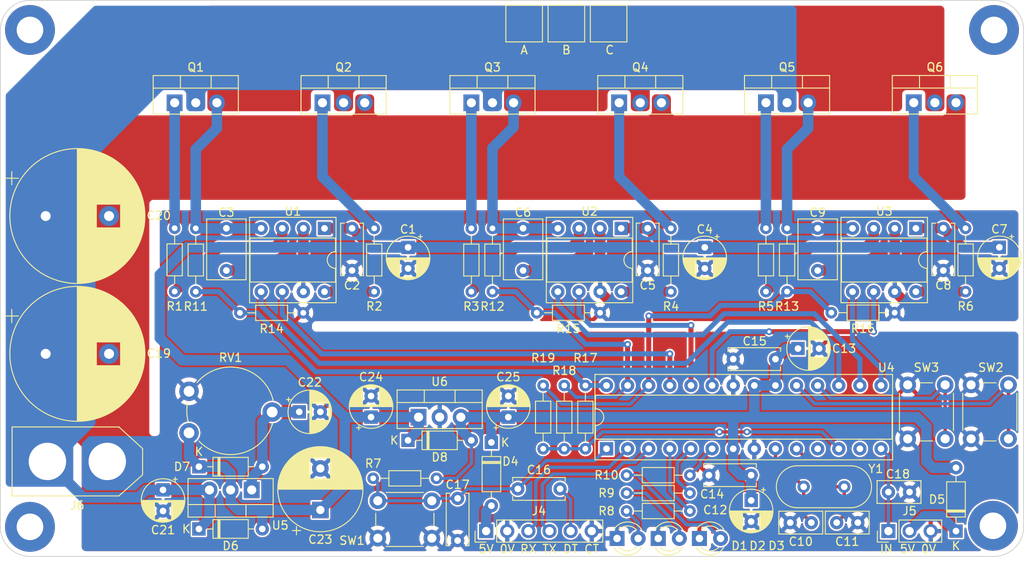
<source format=kicad_pcb>
(kicad_pcb (version 20221018) (generator pcbnew)
  (title_block (title "XE636 BLDC Motor Controller") (date "2024-03-09") (rev "V1.0") (company "Aria Tso"))
  (layers (0 "F.Cu" signal) (31 "B.Cu" signal) (34 "B.Paste" user) (35 "F.Paste" user) (36 "B.SilkS" user "B.Silkscreen") (37 "F.SilkS" user "F.Silkscreen") (38 "B.Mask" user) (39 "F.Mask" user) (44 "Edge.Cuts" user))
  (net 0 "")
  (net 1 "+5V")
  (net 2 "Vdrive")
  (net 3 "RST")
  (net 4 "Net-(Q1-G)")
  (net 5 "GND")
  (net 6 "Speed+")
  (net 7 "Speed-")
  (net 8 "PWM_In")
  (net 9 "V_Sen_B")
  (net 10 "V_Sen_A")
  (net 11 "VCC")
  (net 12 "TX")
  (net 13 "RX")
  (net 14 "Net-(Q2-G)")
  (net 15 "Net-(Q3-G)")
  (net 16 "Net-(Q4-G)")
  (net 17 "Net-(D2-A)")
  (net 18 "V_Sen_COM")
  (net 19 "Net-(Q5-G)")
  (net 20 "Net-(U1-HB)")
  (net 22 "XTAL1")
  (net 23 "XTAL2")
  (net 25 "V_Sen_C")
  (net 26 "Net-(U2-HB)")
  (net 27 "Net-(U3-HB)")
  (net 28 "Net-(Q6-G)")
  (net 29 "Net-(U1-HO)")
  (net 30 "Net-(U1-LO)")
  (net 31 "Net-(U2-HO)")
  (net 32 "Net-(U2-LO)")
  (net 33 "Net-(U3-HO)")
  (net 34 "Net-(U3-LO)")
  (net 35 "DTR")
  (net 36 "Net-(D4-A)")
  (net 37 "LED_RED")
  (net 38 "LED_YELLOW")
  (net 39 "LED_GREEN")
  (net 40 "Net-(D7-A)")
  (net 41 "Net-(D1-A)")
  (net 42 "Net-(D3-A)")
  (net 43 "Net-(D5-K)")
  (net 44 "Phase_Out_A")
  (net 45 "Phase_Out_B")
  (net 46 "Phase_Out_C")
  (net 47 "HI_A")
  (net 48 "LO_A")
  (net 49 "HI_B")
  (net 50 "LO_B")
  (net 51 "HI_C")
  (net 52 "LO_C")
  (footprint "Resistor_THT:R_Axial_DIN0204_L3.6mm_D1.6mm_P7.62mm_Horizontal" (layer "F.Cu") (at 111.633 63.637 90)
    (fp_text reference "R12")
    (fp_text value "47k")
  )
  (footprint "Package_TO_SOT_THT:TO-220-3_Vertical" (layer "F.Cu") (at 82.677002 87.503001 180)
    (fp_text reference "U5")
    (fp_text value "LM317")
  )
  (footprint "Ariamelon-Device:C_Rect_L7.0mm_W4.5mm_P5.08mm" (layer "F.Cu") (at 79.629 56.007 -90)
    (fp_text reference "C3")
    (fp_text value "680n")
  )
  (footprint "Ariamelon-Device:C_Rect_L7.0mm_W4.5mm_P5.08mm" (layer "F.Cu") (at 150.749 56.007 -90)
    (fp_text reference "C9")
    (fp_text value "680n")
  )
  (footprint "Resistor_THT:R_Axial_DIN0204_L3.6mm_D1.6mm_P7.62mm_Horizontal" (layer "F.Cu") (at 160.01 66.167 180)
    (fp_text reference "R16")
    (fp_text value "10k")
  )
  (footprint "Ariamelon-HolePad:MountingHole_3.2mm_M3_Pad" (layer "F.Cu") (at 56.007 32.131)
    (fp_text reference "H4" hide)
    (fp_text value "M3" hide)
  )
  (footprint "Package_TO_SOT_THT:TO-220-3_Vertical" (layer "F.Cu") (at 126.873 40.894)
    (fp_text reference "Q4")
    (fp_text value "P75NF75")
  )
  (footprint "Potentiometer_THT:Potentiometer_Piher_PT-10-V10_Vertical" (layer "F.Cu") (at 75.137002 80.628)
    (fp_text reference "RV1")
    (fp_text value "10k")
  )
  (footprint "Resistor_THT:R_Axial_DIN0204_L3.6mm_D1.6mm_P7.62mm_Horizontal" (layer "F.Cu") (at 117.729 82.55 90)
    (fp_text reference "R19")
    (fp_text value "47k")
  )
  (footprint "Diode_THT:D_DO-35_SOD27_P7.62mm_Horizontal" (layer "F.Cu") (at 167.386 92.456 90)
    (fp_text reference "D5")
    (fp_text value "400x")
  )
  (footprint "Ariamelon-Logo:Ariamelon_Logo_Large_Mask" (layer "F.Cu") (at 89.516564 47.371)
    (fp_text reference "A1" hide)
    (fp_text value "Art" hide)
  )
  (footprint "Package_DIP:DIP-8_W7.62mm_Socket" (layer "F.Cu") (at 127.117 56.017 -90)
    (fp_text reference "U2")
    (fp_text value "UCC27282")
  )
  (footprint "Button_Switch_THT:SW_PUSH_6mm" (layer "F.Cu") (at 173.7 74.855 -90)
    (fp_text reference "SW2")
    (fp_text value "Speed+")
  )
  (footprint "Ariamelon-Device:C_Disc_D6.0mm_W2.5mm_P5.08mm" (layer "F.Cu") (at 107.442 88.519 -90)
    (fp_text reference "C17")
    (fp_text value "100n")
  )
  (footprint "Crystal:Crystal_HC49-4H_Vertical" (layer "F.Cu") (at 149.061 87.122)
    (fp_text reference "Y1")
    (fp_text value "16M")
  )
  (footprint "Capacitor_THT:CP_Radial_D10.0mm_P5.00mm" (layer "F.Cu") (at 90.932001 89.916 90)
    (fp_text reference "C23")
    (fp_text value "470u")
  )
  (footprint "Ariamelon-Device:C_Disc_D6.0mm_W2.5mm_P5.08mm" (layer "F.Cu") (at 145.669 71.755 180)
    (fp_text reference "C15")
    (fp_text value "100n")
  )
  (footprint "Resistor_THT:R_Axial_DIN0204_L3.6mm_D1.6mm_P7.62mm_Horizontal" (layer "F.Cu") (at 109.093 63.637 90)
    (fp_text reference "R3")
    (fp_text value "10")
  )
  (footprint "Diode_THT:D_DO-35_SOD27_P7.62mm_Horizontal" (layer "F.Cu") (at 76.327001 92.202001)
    (fp_text reference "D6")
    (fp_text value "400x")
  )
  (footprint "Resistor_THT:R_Axial_DIN0204_L3.6mm_D1.6mm_P7.62mm_Horizontal" (layer "F.Cu") (at 88.88 66.187001 180)
    (fp_text reference "R14")
    (fp_text value "10k")
  )
  (footprint "Resistor_THT:R_Axial_DIN0204_L3.6mm_D1.6mm_P7.62mm_Horizontal" (layer "F.Cu") (at 124.577 66.177 180)
    (fp_text reference "R15")
    (fp_text value "10k")
  )
  (footprint "Connector_AMASS:AMASS_XT60-M_1x02_P7.20mm_Vertical" (layer "F.Cu") (at 65.3034 84.074 180)
    (fp_text reference "J6")
    (fp_text value "Bat_In")
  )
  (footprint "Ariamelon-Device:C_Disc_D6.0mm_W2.5mm_P5.08mm" (layer "F.Cu") (at 94.742 56.007001 -90)
    (fp_text reference "C2")
    (fp_text value "100n")
  )
  (footprint "Package_TO_SOT_THT:TO-220-3_Vertical" (layer "F.Cu") (at 91.186 40.894)
    (fp_text reference "Q2")
    (fp_text value "P75NF75")
  )
  (footprint "Package_DIP:DIP-28_W7.62mm_Socket" (layer "F.Cu") (at 125.349 82.55 90)
    (fp_text reference "U4")
    (fp_text value "ATmega328P-P")
  )
  (footprint "Resistor_THT:R_Axial_DIN0204_L3.6mm_D1.6mm_P7.62mm_Horizontal" (layer "F.Cu") (at 147.066 63.627 90)
    (fp_text reference "R13")
    (fp_text value "47k")
  )
  (footprint "Ariamelon-Device:C_Disc_D5.0mm_W2.5mm_P2.54mm" (layer "F.Cu") (at 147.447 91.44)
    (fp_text reference "C10")
    (fp_text value "22p")
  )
  (footprint "Ariamelon-Device:CP_Radial_D5.0mm_P2.54mm" (layer "F.Cu") (at 137.17 58.303 -90)
    (fp_text reference "C4")
    (fp_text value "10u")
  )
  (footprint "Ariamelon-Device:C_Rect_L7.0mm_W4.5mm_P5.08mm" (layer "F.Cu") (at 115.316 56.007 -90)
    (fp_text reference "C6")
    (fp_text value "680n")
  )
  (footprint "Resistor_THT:R_Axial_DIN0204_L3.6mm_D1.6mm_P7.62mm_Horizontal" (layer "F.Cu") (at 97.409 63.637 90)
    (fp_text reference "R2")
    (fp_text value "10")
  )
  (footprint "Package_TO_SOT_THT:TO-220-3_Vertical" (layer "F.Cu") (at 73.406 40.894)
    (fp_text reference "Q1")
    (fp_text value "P75NF75")
  )
  (footprint "Diode_THT:D_DO-35_SOD27_P7.62mm_Horizontal" (layer "F.Cu") (at 101.473002 81.534)
    (fp_text reference "D8")
    (fp_text value "400x")
  )
  (footprint "LED_THT:LED_D3.0mm" (layer "F.Cu") (at 126.619 93.345)
    (fp_text reference "D1")
    (fp_text value "Red")
  )
  (footprint "Ariamelon-Device:CP_Radial_D5.0mm_P2.54mm" (layer "F.Cu") (at 97.028 78.74 90)
    (fp_text reference "C24")
    (fp_text value "10u")
  )
  (footprint "Diode_THT:D_DO-35_SOD27_P7.62mm_Horizontal" (layer "F.Cu") (at 111.506 81.788 -90)
    (fp_text reference "D4")
    (fp_text value "400x")
  )
  (footprint "Ariamelon-Device:CP_Radial_D5.0mm_P2.54mm" (layer "F.Cu") (at 148.380887 70.485)
    (fp_text reference "C13")
    (fp_text value "10u")
  )
  (footprint "Resistor_THT:R_Axial_DIN0204_L3.6mm_D1.6mm_P7.62mm_Horizontal" (layer "F.Cu") (at 135.382 90.043 180)
    (fp_text reference "R8")
    (fp_text value "220")
  )
  (footprint "Ariamelon-Device:C_Disc_D6.0mm_W2.5mm_P5.08mm" (layer "F.Cu") (at 130.302 56.007 -90)
    (fp_text reference "C5")
    (fp_text value "100n")
  )
  (footprint "Ariamelon-HolePad:MountingHole_3.2mm_M3_Pad" (layer "F.Cu") (at 171.831 91.821)
    (fp_text reference "H1" hide)
    (fp_text value "M3" hide)
  )
  (footprint "Resistor_THT:R_Axial_DIN0204_L3.6mm_D1.6mm_P7.62mm_Horizontal" (layer "F.Cu") (at 144.526 63.627 90)
    (fp_text reference "R5")
    (fp_text value "10")
  )
  (footprint "Package_TO_SOT_THT:TO-220-3_Vertical" (layer "F.Cu") (at 102.743 78.74)
    (fp_text reference "U6")
    (fp_text value "LM7805")
  )
  (footprint "Connector_PinHeader_2.54mm:PinHeader_1x03_P2.54mm_Vertical" (layer "F.Cu") (at 159.258 92.456 90)
    (fp_text reference "J5")
    (fp_text value "Receiver")
  )
  (footprint "Ariamelon-Device:CP_Radial_D16.0mm_P7.62mm" (layer "F.Cu") (at 57.895246 71.12)
    (fp_text reference "C19")
    (fp_text value "1000u")
  )
  (footprint "Button_Switch_THT:SW_PUSH_6mm" (layer "F.Cu") (at 166.08 74.855 -90)
    (fp_text reference "SW3")
    (fp_text value "Speed-")
  )
  (footprint "Package_TO_SOT_THT:TO-220-3_Vertical" (layer "F.Cu") (at 144.526 40.884)
    (fp_text reference "Q5")
    (fp_text value "P75NF75")
  )
  (footprint "Ariamelon-Device:CP_Radial_D5.0mm_P2.54mm" (layer "F.Cu") (at 142.748 88.773 -90)
    (fp_text reference "C12")
    (fp_text value "10u")
  )
  (footprint "Ariamelon-Device:C_Disc_D5.0mm_W2.5mm_P2.54mm" (layer "F.Cu") (at 155.575 91.44 180)
    (fp_text reference "C11")
    (fp_text value "22p")
  )
  (footprint "LED_THT:LED_D3.0mm" (layer "F.Cu") (at 136.525 93.345)
    (fp_text reference "D3")
    (fp_text value "Green")
  )
  (footprint "Ariamelon-Device:C_Disc_D5.0mm_W2.5mm_P2.54mm" (layer "F.Cu") (at 161.798001 87.757 180)
    (fp_text reference "C18")
    (fp_text value "22p")
  )
  (footprint "Resistor_THT:R_Axial_DIN0204_L3.6mm_D1.6mm_P7.62mm_Horizontal" (layer "F.Cu") (at 104.902 86.106 180)
    (fp_text reference "R7")
    (fp_text value "10k")
  )
  (footprint "Package_DIP:DIP-8_W7.62mm_Socket" (layer "F.Cu") (at 162.56 56.017 -90)
    (fp_text reference "U3")
    (fp_text value "UCC27282")
  )
  (footprint "Ariamelon-Device:CP_Radial_D5.0mm_P2.54mm" (layer "F.Cu") (at 88.392 78.105)
    (fp_text reference "C22")
    (fp_text value "10u")
  )
  (footprint "Resistor_THT:R_Axial_DIN0204_L3.6mm_D1.6mm_P7.62mm_Horizontal" (layer "F.Cu") (at 133.096 63.637 90)
    (fp_text reference "R4")
    (fp_text value "10")
  )
  (footprint "Package_DIP:DIP-8_W7.62mm_Socket" (layer "F.Cu") (at 91.43 56.017 -90)
    (fp_text reference "U1")
    (fp_text value "UCC27282")
  )
  (footprint "Ariamelon-Device:CP_Radial_D5.0mm_P2.54mm" (layer "F.Cu") (at 113.538001 78.74 90)
    (fp_text reference "C25")
    (fp_text value "10u")
  )
  (footprint "Ariamelon-Device:CP_Radial_D5.0mm_P2.54mm" (layer "F.Cu") (at 101.483 58.303 -90)
    (fp_text reference "C1")
    (fp_text value "10u")
  )
  (footprint "Connector_PinHeader_2.54mm:PinHeader_1x06_P2.54mm_Vertical" (layer "F.Cu") (at 110.871 92.456 90)
    (fp_text reference "J4")
    (fp_text value "Prog")
  )
  (footprint "Package_TO_SOT_THT:TO-220-3_Vertical" (layer "F.Cu") (at 109.093 40.894)
    (fp_text reference "Q3")
    (fp_text value "P75NF75")
  )
  (footprint "Resistor_THT:R_Axial_DIN0204_L3.6mm_D1.6mm_P7.62mm_Horizontal" (layer "F.Cu") (at 75.946 63.637 90)
    (fp_text reference "R11")
    (fp_text value "47k")
  )
  (footprint "Ariamelon-HolePad:MountingHole_3.2mm_M3_Pad" (layer "F.Cu") (at 171.958 32.131)
    (fp_text reference "H3" hide)
    (fp_text value "M3" hide)
  )
  (footprint "Diode_THT:D_DO-35_SOD27_P7.62mm_Horizontal" (layer "F.Cu") (at 76.327001 84.709002)
    (fp_text reference "D7")
    (fp_text value "400x")
  )
  (footprint "Ariamelon-Device:CP_Radial_D16.0mm_P7.62mm" (layer "F.Cu") (at 57.895246 54.531)
    (fp_text reference "C20")
    (fp_text value "1000u")
  )
  (footprint "Ariamelon-Device:C_Disc_D6.0mm_W2.5mm_P5.08mm" (layer "F.Cu") (at 142.748 85.725 180)
    (fp_text reference "C14")
    (fp_text value "100n")
  )
  (footprint "Ariamelon-Device:C_Disc_D6.0mm_W2.5mm_P5.08mm" (layer "F.Cu") (at 165.862 56.007 -90)
    (fp_text reference "C8")
    (fp_text value "100n")
  )
  (footprint "Resistor_THT:R_Axial_DIN0204_L3.6mm_D1.6mm_P7.62mm_Horizontal" (layer "F.Cu") (at 122.809 82.55 90)
    (fp_text reference "R17")
    (fp_text value "47k")
  )
  (footprint "LED_THT:LED_D3.0mm" (layer "F.Cu") (at 131.572 93.345)
    (fp_text reference "D2")
    (fp_text value "Yellow")
  )
  (footprint "TestPoint:TestPoint_Pad_4.0x4.0mm" (layer "F.Cu") (at 115.443 31.369)
    (fp_text reference "J1" hide)
    (fp_text value "Phase_A")
  )
  (footprint "Ariamelon-Device:C_Disc_D6.0mm_W2.5mm_P5.08mm" (layer "F.Cu") (at 119.761 87.376 180)
    (fp_text reference "C16")
    (fp_text value "100n")
  )
  (footprint "Resistor_THT:R_Axial_DIN0204_L3.6mm_D1.6mm_P7.62mm_Horizontal" (layer "F.Cu") (at 168.539 63.627 90)
    (fp_text reference "R6")
    (fp_text value "10")
  )
  (footprint "TestPoint:TestPoint_Pad_4.0x4.0mm" (layer "F.Cu") (at 120.523 31.369)
    (fp_text reference "J2" hide)
    (fp_text value "Phase_B")
  )
  (footprint "Resistor_THT:R_Axial_DIN0204_L3.6mm_D1.6mm_P7.62mm_Horizontal" (layer "F.Cu") (at 135.382 87.883999 180)
    (fp_text reference "R9")
    (fp_text value "220")
  )
  (footprint "Package_TO_SOT_THT:TO-220-3_Vertical" (layer "F.Cu") (at 162.306 40.884)
    (fp_text reference "Q6")
    (fp_text value "P75NF75")
  )
  (footprint "Ariamelon-Device:CP_Radial_D5.0mm_P2.54mm" (layer "F.Cu") (at 72.009001 87.503 -90)
    (fp_text reference "C21")
    (fp_text value "10u")
  )
  (footprint "Resistor_THT:R_Axial_DIN0204_L3.6mm_D1.6mm_P7.62mm_Horizontal" (layer "F.Cu") (at 120.269 82.55 90)
    (fp_text reference "R18")
    (fp_text value "47k")
  )
  (footprint "TestPoint:TestPoint_Pad_4.0x4.0mm" (layer "F.Cu") (at 125.603 31.369)
    (fp_text reference "J3" hide)
    (fp_text value "Phase_C")
  )
  (footprint "Ariamelon-HolePad:MountingHole_3.2mm_M3_Pad" (layer "F.Cu") (at 56.007 91.948)
    (fp_text reference "H2" hide)
    (fp_text value "M3" hide)
  )
  (footprint "Button_Switch_THT:SW_PUSH_6mm" (layer "F.Cu") (at 97.842 88.809)
    (fp_text reference "SW1")
    (fp_text value "RST")
  )
  (footprint "Ariamelon-Device:CP_Radial_D5.0mm_P2.54mm" (layer "F.Cu") (at 172.603 58.293 -90)
    (fp_text reference "C7")
    (fp_text value "10u")
  )
  (footprint "Resistor_THT:R_Axial_DIN0204_L3.6mm_D1.6mm_P7.62mm_Horizontal" (layer "F.Cu") (at 73.406 63.617 90)
    (fp_text reference "R1")
    (fp_text value "10")
  )
  (footprint "Resistor_THT:R_Axial_DIN0204_L3.6mm_D1.6mm_P7.62mm_Horizontal" (layer "F.Cu") (at 135.382 85.725 180)
    (fp_text reference "R10")
    (fp_text value "220")
  )
  (gr_arc (start 171.958 28.575) (mid 174.472472 29.616528) (end 175.514 32.131) (stroke (width 0.1016)) (layer "Edge.Cuts"))
  (gr_arc (start 56.007 95.504) (mid 53.492528 94.462472) (end 52.451 91.948) (stroke (width 0.1016)) (layer "Edge.Cuts"))
  (gr_line (start 56.007 95.504) (end 171.958 95.504) (stroke (width 0.1)) (layer "Edge.Cuts"))
  (gr_line (start 52.451 32.131) (end 52.451 91.948) (stroke (width 0.1)) (layer "Edge.Cuts"))
  (gr_arc (start 52.451 32.131) (mid 53.492528 29.616528) (end 56.007 28.575) (stroke (width 0.1016)) (layer "Edge.Cuts"))
  (gr_line (start 175.514 32.131) (end 175.514 91.948) (stroke (width 0.1)) (layer "Edge.Cuts"))
  (gr_arc (start 175.514 91.948) (mid 174.472472 94.462472) (end 171.958 95.504) (stroke (width 0.1016)) (layer "Edge.Cuts"))
  (gr_line (start 171.958 28.575) (end 56.007 28.575) (stroke (width 0.1)) (layer "Edge.Cuts"))
  (gr_text "A" (at 115.443 34.544) (layer "F.SilkS") (effects (font (size 1.016 1.016) (thickness 0.1524))))
  (gr_text "CT" (at 123.571 94.615) (layer "F.SilkS") (effects (font (size 1 1))))
  (gr_text "C" (at 125.73 34.544) (layer "F.SilkS") (effects (font (size 1.016 1.016) (thickness 0.1524))))
  (gr_text "5V" (at 110.871 94.615) (layer "F.SilkS") (effects (font (size 1 1))))
  (gr_text "RX" (at 115.951 94.615) (layer "F.SilkS") (effects (font (size 1 1))))
  (gr_text "IN" (at 159.004001 94.615) (layer "F.SilkS") (effects (font (size 1 1))))
  (gr_text "5V" (at 161.544001 94.615) (layer "F.SilkS") (effects (font (size 1 1))))
  (gr_text "DT" (at 121.031 94.615) (layer "F.SilkS") (effects (font (size 1 1))))
  (gr_text "TX" (at 118.491 94.615) (layer "F.SilkS") (effects (font (size 1 1))))
  (gr_text "0V" (at 113.411 94.615) (layer "F.SilkS") (effects (font (size 1 1))))
  (gr_text "0V" (at 164.084 94.615) (layer "F.SilkS") (effects (font (size 1 1))))
  (gr_text "B" (at 120.523 34.544) (layer "F.SilkS") (effects (font (size 1.016 1.016) (thickness 0.1524))))
  (segment (start 140.589 82.55) (end 140.589 78.74) (width 1.27) (layer "B.Cu") (net 1))
  (segment (start 140.589 78.74) (end 111.506 78.74) (width 1.27) (layer "B.Cu") (net 1))
  (segment (start 143.129 78.74) (end 140.589 78.74) (width 1.27) (layer "B.Cu") (net 1))
  (segment (start 140.589 84.836) (end 141.478 85.725) (width 1.27) (layer "B.Cu") (net 1))
  (segment (start 163.83 79.883) (end 163.83 84.074) (width 1.27) (layer "B.Cu") (net 1))
  (segment (start 162.687 78.74) (end 163.83 79.883) (width 1.27) (layer "B.Cu") (net 1))
  (segment (start 140.589 82.55) (end 140.589 84.836) (width 1.27) (layer "B.Cu") (net 1))
  (segment (start 111.506 78.74) (end 107.823 78.74) (width 1.27) (layer "B.Cu") (net 1))
  (segment (start 109.093002 84.327998) (end 109.093002 81.534) (width 0.4064) (layer "B.Cu") (net 1))
  (segment (start 141.478 85.725) (end 142.748 85.725) (width 1.27) (layer "B.Cu") (net 1))
  (segment (start 142.748 85.725) (end 142.748 88.773) (width 1.27) (layer "B.Cu") (net 1))
  (segment (start 111.506 81.788) (end 111.506 78.74) (width 1.27) (layer "B.Cu") (net 1))
  (segment (start 104.902 86.106) (end 107.315 86.106) (width 0.4064) (layer "B.Cu") (net 1))
  (segment (start 143.129 78.74) (end 162.687 78.74) (width 1.27) (layer "B.Cu") (net 1))
  (segment (start 107.823001 80.263999) (end 109.093002 81.534) (width 1.27) (layer "B.Cu") (net 1))
  (segment (start 143.129 74.93) (end 145.669 74.93) (width 1.27) (layer "B.Cu") (net 1))
  (segment (start 107.823001 78.74) (end 107.823001 80.263999) (width 1.27) (layer "B.Cu") (net 1))
  (segment (start 167.386 84.836) (end 164.592 84.836) (width 1.27) (layer "B.Cu") (net 1))
  (segment (start 146.939 70.485) (end 145.669 71.755) (width 1.2) (layer "B.Cu") (net 1))
  (segment (start 148.380887 70.485) (end 146.939 70.485) (width 1.2) (layer "B.Cu") (net 1))
  (segment (start 107.315 86.106) (end 109.093002 84.327998) (width 0.4064) (layer "B.Cu") (net 1))
  (segment (start 164.592 84.836) (end 163.83 84.074) (width 1.27) (layer "B.Cu") (net 1))
  (segment (start 145.669 74.93) (end 145.669 71.755) (width 1.27) (layer "B.Cu") (net 1))
  (segment (start 143.129 74.93) (end 143.129 78.74) (width 1.27) (layer "B.Cu") (net 1))
  (segment (start 91.439999 56.007001) (end 91.43 56.017) (width 1.27) (layer "F.Cu") (net 2))
  (segment (start 137.17 58.303) (end 132.598 58.303) (width 1.27) (layer "F.Cu") (net 2))
  (segment (start 101.483 58.303) (end 97.037999 58.303) (width 1.27) (layer "F.Cu") (net 2))
  (segment (start 94.742 56.007001) (end 91.439999 56.007001) (width 1.27) (layer "F.Cu") (net 2))
  (segment (start 132.598 58.303) (end 130.302 56.007) (width 1.27) (layer "F.Cu") (net 2))
  (segment (start 127.127 56.007) (end 127.117 56.017) (width 1.27) (layer "F.Cu") (net 2))
  (segment (start 162.57 56.007) (end 162.56 56.017) (width 1.2) (layer "F.Cu") (net 2))
  (segment (start 97.037999 58.303) (end 94.742 56.007001) (width 1.27) (layer "F.Cu") (net 2))
  (segment (start 168.148 58.293) (end 165.862 56.007) (width 1.27) (layer "F.Cu") (net 2))
  (segment (start 172.603 58.293) (end 168.148 58.293) (width 1.27) (layer "F.Cu") (net 2))
  (segment (start 130.302 56.007) (end 127.127 56.007) (width 1.27) (layer "F.Cu") (net 2))
  (segment (start 165.862 56.007) (end 162.57 56.007) (width 1.2) (layer "F.Cu") (net 2))
  (segment (start 87.025765 71.882) (end 74.295 71.882) (width 1.27) (layer "B.Cu") (net 2))
  (segment (start 80.137002 88.998301) (end 81.054701 89.916) (width 1.27) (layer "B.Cu") (net 2))
  (segment (start 93.853 78.74) (end 93.853 78.709235) (width 1.27) (layer "B.Cu") (net 2))
  (segment (start 80.137002 85.490925) (end 80.137002 88.998301) (width 1.27) (layer "B.Cu") (net 2))
  (segment (start 90.932001 89.916) (end 83.947001 89.916) (width 1.27) (layer "B.Cu") (net 2))
  (segment (start 102.743001 80.264001) (end 101.473002 81.534) (width 1.27) (layer "B.Cu") (net 2))
  (segment (start 74.92 58.303) (end 101.483 58.303) (width 1.27) (layer "B.Cu") (net 2))
  (segment (start 93.853 86.995001) (end 93.853 78.74) (width 1.27) (layer "B.Cu") (net 2))
  (segment (start 90.932001 89.916) (end 93.853 86.995001) (width 1.27) (layer "B.Cu") (net 2))
  (segment (start 165.852 56.017) (end 165.862 56.007) (width 1.2) (layer "B.Cu") (net 2))
  (segment (start 81.054701 89.916) (end 83.947001 89.916) (width 1.27) (layer "B.Cu") (net 2))
  (segment (start 102.743 78.74) (end 102.743001 80.264001) (width 1.27) (layer "B.Cu") (net 2))
  (segment (start 162.57 56.007) (end 162.56 56.017) (width 1.2) (layer "B.Cu") (net 2))
  (segment (start 74.295 71.882) (end 71.628 69.215) (width 1.27) (layer "B.Cu") (net 2))
  (segment (start 127.127 56.007) (end 127.117 56.017) (width 1.2) (layer "B.Cu") (net 2))
  (segment (start 83.947001 92.202001) (end 83.947001 89.916) (width 1.27) (layer "B.Cu") (net 2))
  (segment (start 79.355079 84.709002) (end 80.137002 85.490925) (width 1.27) (layer "B.Cu") (net 2))
  (segment (start 137.17 58.303) (end 172.593 58.303) (width 1.27) (layer "B.Cu") (net 2))
  (segment (start 75.137002 80.628) (end 75.137002 83.519003) (width 1.27) (layer "B.Cu") (net 2))
  (segment (start 76.327001 84.709002) (end 79.355079 84.709002) (width 1.27) (layer "B.Cu") (net 2))
  (segment (start 71.628 69.215) (end 71.628 61.595) (width 1.27) (layer "B.Cu") (net 2))
  (segment (start 93.853 78.709235) (end 87.025765 71.882) (width 1.27) (layer "B.Cu") (net 2))
  (segment (start 101.483 58.303) (end 137.17 58.303) (width 1.27) (layer "B.Cu") (net 2))
  (segment (start 75.137002 83.519003) (end 76.327001 84.709002) (width 1.27) (layer "B.Cu") (net 2))
  (segment (start 172.593 58.303) (end 172.603 58.293) (width 1.27) (layer "B.Cu") (net 2))
  (segment (start 102.743 78.74) (end 97.028 78.74) (width 1.27) (layer "B.Cu") (net 2))
  (segment (start 97.028 78.74) (end 93.853 78.74) (width 1.27) (layer "B.Cu") (net 2))
  (segment (start 71.628 61.595) (end 74.92 58.303) (width 1.27) (layer "B.Cu") (net 2))
  (segment (start 104.342 88.809) (end 97.842 88.809) (width 0.4064) (layer "B.Cu") (net 3))
  (segment (start 114.681 87.376) (end 108.585 87.376) (width 0.4064) (layer "B.Cu") (net 3))
  (segment (start 107.442 88.519) (end 104.632 88.519) (width 0.4064) (layer "B.Cu") (net 3))
  (segment (start 118.0846 83.9724) (end 114.681 87.376) (width 0.4064) (layer "B.Cu") (net 3))
  (segment (start 125.349 82.55) (end 123.9266 83.9724) (width 0.4064) (layer "B.Cu") (net 3))
  (segment (start 108.585 87.376) (end 107.442 88.519) (width 0.4064) (layer "B.Cu") (net 3))
  (segment (start 104.632 88.519) (end 104.342 88.809) (width 0.4064) (layer "B.Cu") (net 3))
  (segment (start 97.842 86.666) (end 97.282 86.106) (width 0.4064) (layer "B.Cu") (net 3))
  (segment (start 123.9266 83.9724) (end 118.0846 83.9724) (width 0.4064) (layer "B.Cu") (net 3))
  (segment (start 97.842 88.809) (end 97.842 86.666) (width 0.4064) (layer "B.Cu") (net 3))
  (segment (start 73.406 55.997) (end 73.406 40.894) (width 1.27) (layer "B.Cu") (net 4))
  (segment (start 162.55 66.167) (end 162.56 66.167) (width 1.2) (layer "F.Cu") (net 5))
  (segment (start 160.02 63.637) (end 162.55 66.167) (width 1.2) (layer "F.Cu") (net 5))
  (segment (start 124.577 63.637) (end 127.361 66.421) (width 1.2) (layer "F.Cu") (net 5))
  (segment (start 173.7 74.855) (end 173.7 81.355) (width 0.4064) (layer "F.Cu") (net 6))
  (segment (start 171.43 77.125) (end 173.7 74.855) (width 0.4064) (layer "B.Cu") (net 6))
  (segment (start 148.209 74.93) (end 150.404 77.125) (width 0.4064) (layer "B.Cu") (net 6))
  (segment (start 150.404 77.125) (end 171.43 77.125) (width 0.4064) (layer "B.Cu") (net 6))
  (segment (start 166.08 74.855) (end 166.08 81.355) (width 0.4064) (layer "F.Cu") (net 7))
  (segment (start 152.2836 76.4646) (end 150.749 74.93) (width 0.4064) (layer "B.Cu") (net 7))
  (segment (start 166.08 74.855) (end 164.4704 76.4646) (width 0.4064) (layer "B.Cu") (net 7))
  (segment (start 164.4704 76.4646) (end 152.2836 76.4646) (width 0.4064) (layer "B.Cu") (net 7))
  (segment (start 159.258 92.456) (end 159.258001 87.757) (width 0.4064) (layer "B.Cu") (net 8))
  (segment (start 159.258001 87.757) (end 159.258001 83.439001) (width 0.4064) (layer "B.Cu") (net 8))
  (segment (start 159.258001 83.439001) (end 158.369 82.55) (width 0.4064) (layer "B.Cu") (net 8))
  (segment (start 127.889 69.977) (end 127.889 74.93) (width 0.6096) (layer "F.Cu") (net 9))
  (via (at 127.889 69.977) (size 0.8128) (drill 0.4064) (layers "F.Cu" "B.Cu") (net 9))
  (segment (start 121.6786 76.3396) (end 126.4794 76.3396) (width 0.4064) (layer "B.Cu") (net 9))
  (segment (start 126.4794 76.3396) (end 127.889 74.93) (width 0.4064) (layer "B.Cu") (net 9))
  (segment (start 127.889 69.977) (end 122.856319 69.977) (width 0.6096) (layer "B.Cu") (net 9))
  (segment (start 114.417 63.637) (end 111.633 63.637) (width 0.6096) (layer "B.Cu") (net 9))
  (segment (start 119.056319 66.177) (end 116.957 66.177) (width 0.6096) (layer "B.Cu") (net 9))
  (segment (start 120.269 74.93) (end 121.6786 76.3396) (width 0.4064) (layer "B.Cu") (net 9))
  (segment (start 116.957 66.177) (end 114.417 63.637) (width 0.6096) (layer "B.Cu") (net 9))
  (segment (start 122.856319 69.977) (end 119.056319 66.177) (width 0.6096) (layer "B.Cu") (net 9))
  (segment (start 121.158 73.279) (end 90.372331 73.279) (width 0.6096) (layer "B.Cu") (net 10))
  (segment (start 83.280332 66.187001) (end 81.26 66.187001) (width 0.6096) (layer "B.Cu") (net 10))
  (segment (start 78.709999 63.637) (end 75.946 63.637) (width 0.6096) (layer "B.Cu") (net 10))
  (segment (start 122.809 74.93) (end 121.158 73.279) (width 0.6096) (layer "B.Cu") (net 10))
  (segment (start 122.809 74.93) (end 125.349 74.93) (width 0.6096) (layer "B.Cu") (net 10))
  (segment (start 81.26 66.187001) (end 78.709999 63.637) (width 0.6096) (layer "B.Cu") (net 10))
  (segment (start 90.372331 73.279) (end 83.280332 66.187001) (width 0.6096) (layer "B.Cu") (net 10))
  (segment (start 77.597002 90.932) (end 76.327001 92.202001) (width 1.27) (layer "B.Cu") (net 11))
  (segment (start 62.4214 88.392) (end 69.088 88.392) (width 1.27) (layer "B.Cu") (net 11))
  (segment (start 69.977 87.503) (end 72.009001 87.503) (width 1.27) (layer "B.Cu") (net 11))
  (segment (start 77.597001 87.503001) (end 77.597002 90.932) (width 1.27) (layer "B.Cu") (net 11))
  (segment (start 58.1034 84.074) (end 62.4214 88.392) (width 1.27) (layer "B.Cu") (net 11))
  (segment (start 72.009002 87.503001) (end 77.597001 87.503001) (width 1.27) (layer "B.Cu") (net 11))
  (segment (start 69.088 88.392) (end 69.977 87.503) (width 1.27) (layer "B.Cu") (net 11))
  (segment (start 117.641 86.829) (end 117.641 91.606) (width 0.4064) (layer "B.Cu") (net 12))
  (segment (start 128.778 84.201) (end 127.387472 84.201) (width 0.4064) (layer "B.Cu") (net 12))
  (segment (start 117.641 91.606) (end 118.491 92.456) (width 0.4064) (layer "B.Cu") (net 12))
  (segment (start 130.429 82.55) (end 128.778 84.201) (width 0.4064) (layer "B.Cu") (net 12))
  (segment (start 127.387472 84.201) (end 125.990473 85.598) (width 0.4064) (layer "B.Cu") (net 12))
  (segment (start 118.872 85.598) (end 117.641 86.829) (width 0.4064) (layer "B.Cu") (net 12))
  (segment (start 125.990473 85.598) (end 118.872 85.598) (width 0.4064) (layer "B.Cu") (net 12))
  (segment (start 116.8282 86.492328) (end 118.535328 84.7852) (width 0.4064) (layer "B.Cu") (net 13))
  (segment (start 125.6538 84.7852) (end 127.889 82.55) (width 0.4064) (layer "B.Cu") (net 13))
  (segment (start 116.8282 91.5788) (end 116.8282 86.492328) (width 0.4064) (layer "B.Cu") (net 13))
  (segment (start 115.951 92.456) (end 116.8282 91.5788) (width 0.4064) (layer "B.Cu") (net 13))
  (segment (start 118.535328 84.7852) (end 125.6538 84.7852) (width 0.4064) (layer "B.Cu") (net 13))
  (segment (start 91.186 40.894) (end 91.186 49.794) (width 1.27) (layer "B.Cu") (net 14))
  (segment (start 91.186 49.794) (end 97.409 56.017) (width 1.27) (layer "B.Cu") (net 14))
  (segment (start 109.093 56.017) (end 109.093 40.894) (width 1.27) (layer "B.Cu") (net 15))
  (segment (start 126.873 40.894) (end 126.873 49.794) (width 1.2) (layer "B.Cu") (net 16))
  (segment (start 126.873 49.794) (end 133.096 56.017) (width 1.2) (layer "B.Cu") (net 16))
  (segment (start 127.762 87.883999) (end 130.041527 87.883999) (width 0.4064) (layer "B.Cu") (net 17))
  (segment (start 134.112 91.954472) (end 134.112 93.345) (width 0.4064) (layer "B.Cu") (net 17))
  (segment (start 130.041527 87.883999) (end 134.112 91.954472) (width 0.4064) (layer "B.Cu") (net 17))
  (segment (start 138.938 80.518) (end 142.24 80.518) (width 0.4064) (layer "F.Cu") (net 18))
  (via (at 138.938 80.518) (size 0.8128) (drill 0.4064) (layers "F.Cu" "B.Cu") (net 18))
  (via (at 142.24 80.518) (size 0.8128) (drill 0.4064) (layers "F.Cu" "B.Cu") (net 18))
  (segment (start 142.24 80.518) (end 151.257 80.518) (width 0.4064) (layer "B.Cu") (net 18))
  (segment (start 151.257 80.518) (end 153.289 82.55) (width 0.4064) (layer "B.Cu") (net 18))
  (segment (start 122.809 82.55) (end 117.729 82.55) (width 0.4064) (layer "B.Cu") (net 18))
  (segment (start 124.841 80.518) (end 122.809 82.55) (width 0.4064) (layer "B.Cu") (net 18))
  (segment (start 138.938 80.518) (end 124.841 80.518) (width 0.4064) (layer "B.Cu") (net 18))
  (segment (start 144.526 56.007) (end 144.526 40.884) (width 1.27) (layer "B.Cu") (net 19))
  (segment (start 87.239 61.087) (end 88.89 59.436) (width 1.27) (layer "F.Cu") (net 20))
  (segment (start 88.89 59.436) (end 88.89 56.017) (width 1.27) (layer "F.Cu") (net 20))
  (segment (start 79.629 61.087) (end 87.239 61.087) (width 1.27) (layer "F.Cu") (net 20))
  (segment (start 145.669 82.55) (end 145.669 83.73) (width 0.4064) (layer "F.Cu") (net 22))
  (segment (start 145.669 83.73) (end 149.061 87.122) (width 0.4064) (layer "F.Cu") (net 22))
  (segment (start 149.061 87.122) (end 149.061 90.514) (width 0.4064) (layer "F.Cu") (net 22))
  (segment (start 149.061 90.514) (end 149.987 91.44) (width 0.4064) (layer "F.Cu") (net 22))
  (segment (start 153.941 87.122) (end 153.941 90.534) (width 0.4064) (layer "F.Cu") (net 23))
  (segment (start 153.941 90.534) (end 153.035 91.44) (width 0.4064) (layer "F.Cu") (net 23))
  (segment (start 152.781 87.122) (end 153.941 87.122) (width 0.4064) (layer "F.Cu") (net 23))
  (segment (start 148.209 82.55) (end 152.781 87.122) (width 0.4064) (layer "F.Cu") (net 23))
  (segment (start 130.429 74.93) (end 130.429 66.548) (width 0.6096) (layer "F.Cu") (net 25))
  (via (at 130.429 66.548) (size 0.8128) (drill 0.4064) (layers "F.Cu" "B.Cu") (net 25))
  (segment (start 119.9514 77.1524) (end 128.2066 77.1524) (width 0.4064) (layer "B.Cu") (net 25))
  (segment (start 117.729 74.93) (end 119.9514 77.1524) (width 0.4064) (layer "B.Cu") (net 25))
  (segment (start 145.415 65.278) (end 147.066 63.627) (width 0.6096) (layer "B.Cu") (net 25))
  (segment (start 149.85 63.627) (end 152.39 66.167) (width 0.6096) (layer "B.Cu") (net 25))
  (segment (start 128.2066 77.1524) (end 130.429 74.93) (width 0.4064) (layer "B.Cu") (net 25))
  (segment (start 147.066 63.627) (end 149.85 63.627) (width 0.6096) (layer "B.Cu") (net 25))
  (segment (start 137.802479 66.548) (end 139.072479 65.278) (width 0.6096) (layer "B.Cu") (net 25))
  (segment (start 130.429 66.548) (end 137.802479 66.548) (width 0.6096) (layer "B.Cu") (net 25))
  (segment (start 139.072479 65.278) (end 145.415 65.278) (width 0.6096) (layer "B.Cu") (net 25))
  (segment (start 152.38 66.177) (end 152.39 66.167) (width 0.6096) (layer "B.Cu") (net 25))
  (segment (start 122.926 61.087) (end 124.577 59.436) (width 1.27) (layer "F.Cu") (net 26))
  (segment (start 124.577 59.436) (end 124.577 56.017) (width 1.27) (layer "F.Cu") (net 26))
  (segment (start 115.316 61.087) (end 122.926 61.087) (width 1.27) (layer "F.Cu") (net 26))
  (segment (start 158.486 61.087) (end 160.02 59.553) (width 1.27) (layer "F.Cu") (net 27))
  (segment (start 160.02 59.553) (end 160.02 56.017) (width 1.27) (layer "F.Cu") (net 27))
  (segment (start 150.749 61.087) (end 158.486 61.087) (width 1.27) (layer "F.Cu") (net 27))
  (segment (start 162.306 49.774) (end 168.539 56.007) (width 1.2) (layer "B.Cu") (net 28))
  (segment (start 162.306 40.884) (end 162.306 49.774) (width 1.2) (layer "B.Cu") (net 28))
  (segment (start 85.461 58.293) (end 78.73 58.293) (width 1.27) (layer "F.Cu") (net 29))
  (segment (start 78.73 58.293) (end 73.406 63.617) (width 1.27) (layer "F.Cu") (net 29))
  (segment (start 86.35 56.017) (end 86.35 57.404) (width 1.27) (layer "F.Cu") (net 29))
  (segment (start 86.35 57.404) (end 85.461 58.293) (width 1.27) (layer "F.Cu") (net 29))
  (segment (start 97.409 63.637) (end 91.43 63.637) (width 1.2) (layer "F.Cu") (net 30))
  (segment (start 114.437 58.293) (end 109.093 63.637) (width 1.27) (layer "F.Cu") (net 31))
  (segment (start 121.148 58.293) (end 114.437 58.293) (width 1.27) (layer "F.Cu") (net 31))
  (segment (start 122.037 56.017) (end 122.037 57.404) (width 1.27) (layer "F.Cu") (net 31))
  (segment (start 122.037 57.404) (end 121.148 58.293) (width 1.27) (layer "F.Cu") (net 31))
  (segment (start 133.096 63.637) (end 127.117 63.637) (width 1.2) (layer "F.Cu") (net 32))
  (segment (start 149.86 58.293) (end 144.526 63.627) (width 1.27) (layer "F.Cu") (net 33))
  (segment (start 156.581 58.293) (end 149.86 58.293) (width 1.27) (layer "F.Cu") (net 33))
  (segment (start 157.48 56.017) (end 157.48 57.394) (width 1.27) (layer "F.Cu") (net 33))
  (segment (start 157.48 57.394) (end 156.581 58.293) (width 1.27) (layer "F.Cu") (net 33))
  (segment (start 162.57 63.627) (end 162.56 63.637) (width 1.2) (layer "F.Cu") (net 34))
  (segment (start 168.539 63.627) (end 162.57 63.627) (width 1.2) (layer "F.Cu") (net 34))
  (segment (start 162.57 63.627) (end 162.56 63.637) (width 1.27) (layer "B.Cu") (net 34))
  (segment (start 121.031 92.456) (end 121.031 88.646) (width 0.4064) (layer "B.Cu") (net 35))
  (segment (start 121.031 88.646) (end 119.761 87.376) (width 0.4064) (layer "B.Cu") (net 35))
  (segment (start 110.871 92.456) (end 110.871 90.043) (width 1.27) (layer "B.Cu") (net 36))
  (segment (start 110.871 90.043) (end 111.506 89.408) (width 1.27) (layer "B.Cu") (net 36))
  (segment (start 132.969 87.63) (end 135.382 90.043) (width 0.4064) (layer "B.Cu") (net 37))
  (segment (start 132.969 82.55) (end 132.969 87.63) (width 0.4064) (layer "B.Cu") (net 37))
  (segment (start 135.509 82.55) (end 133.858 84.201) (width 0.4064) (layer "B.Cu") (net 38))
  (segment (start 133.858 86.359999) (end 135.382 87.883999) (width 0.4064) (layer "B.Cu") (net 38))
  (segment (start 133.858 84.201) (end 133.858 86.359999) (width 0.4064) (layer "B.Cu") (net 38))
  (segment (start 135.382 85.725) (end 136.652 84.455) (width 0.4064) (layer "B.Cu") (net 39))
  (segment (start 136.652 84.455) (end 136.652 83.947) (width 0.4064) (layer "B.Cu") (net 39))
  (segment (start 136.652 83.947) (end 138.049 82.55) (width 0.4064) (layer "B.Cu") (net 39))
  (segment (start 85.137002 78.128) (end 88.369 78.128) (width 1.27) (layer "B.Cu") (net 40))
  (segment (start 83.947001 79.318001) (end 85.137002 78.128) (width 1.27) (layer "B.Cu") (net 40))
  (segment (start 88.369 78.128) (end 88.392 78.105) (width 1.27) (layer "B.Cu") (net 40))
  (segment (start 82.677002 85.979001) (end 83.947001 84.709002) (width 1.27) (layer "B.Cu") (net 40))
  (segment (start 83.947001 84.709002) (end 83.947001 79.318001) (width 1.27) (layer "B.Cu") (net 40))
  (segment (start 82.677002 87.503001) (end 82.677002 85.979001) (width 1.27) (layer "B.Cu") (net 40))
  (segment (start 127.762 90.043) (end 129.159 91.44) (width 0.4064) (layer "B.Cu") (net 41))
  (segment (start 129.159 91.44) (end 129.159 93.345) (width 0.4064) (layer "B.Cu") (net 41))
  (segment (start 137.414 91.694) (end 139.065 93.345) (width 0.4064) (layer "B.Cu") (net 42))
  (segment (start 127.762 85.725) (end 129.032 85.725) (width 0.4064) (layer "B.Cu") (net 42))
  (segment (start 129.032 85.725) (end 135.001 91.694) (width 0.4064) (layer "B.Cu") (net 42))
  (segment (start 135.001 91.694) (end 137.414 91.694) (width 0.4064) (layer "B.Cu") (net 42))
  (segment (start 165.608 90.678) (end 163.576 90.678) (width 1.27) (layer "B.Cu") (net 43))
  (segment (start 163.576 90.678) (end 161.798 92.456) (width 1.27) (layer "B.Cu") (net 43))
  (segment (start 167.386 92.456) (end 165.608 90.678) (width 1.27) (layer "B.Cu") (net 43))
  (segment (start 78.486 43.958) (end 78.486 40.894) (width 1.27) (layer "B.Cu") (net 44))
  (segment (start 83.81 56.017) (end 75.946 56.017) (width 1.27) (layer "B.Cu") (net 44))
  (segment (start 75.946 56.017) (end 75.946 46.498) (width 1.27) (layer "B.Cu") (net 44))
  (segment (start 75.946 46.498) (end 78.486 43.958) (width 1.27) (layer "B.Cu") (net 44))
  (segment (start 111.633 46.355) (end 114.173 43.815) (width 1.27) (layer "B.Cu") (net 45))
  (segment (start 111.633 56.017) (end 111.633 46.355) (width 1.27) (layer "B.Cu") (net 45))
  (segment (start 114.173 43.815) (end 114.173 40.894) (width 1.27) (layer "B.Cu") (net 45))
  (segment (start 119.497 56.017) (end 111.633 56.017) (width 1.27) (layer "B.Cu") (net 45))
  (segment (start 149.606 43.942) (end 149.606 40.884) (width 1.27) (layer "B.Cu") (net 46))
  (segment (start 147.076 56.017) (end 147.066 56.007) (width 1.27) (layer "B.Cu") (net 46))
  (segment (start 154.94 56.017) (end 147.076 56.017) (width 1.27) (layer "B.Cu") (net 46))
  (segment (start 147.066 46.482) (end 149.606 43.942) (width 1.27) (layer "B.Cu") (net 46))
  (segment (start 147.066 56.007) (end 147.066 46.482) (width 1.27) (layer "B.Cu") (net 46))
  (segment (start 134.961159 72.263) (end 90.793172 72.263) (width 0.6096) (layer "B.Cu") (net 47))
  (segment (start 149.94716 67.31) (end 139.914159 67.31) (width 0.6096) (layer "B.Cu") (net 47))
  (segment (start 83.81 65.279828) (end 83.81 63.637) (width 0.6096) (layer "B.Cu") (net 47))
  (segment (start 90.793172 72.263) (end 83.81 65.279828) (width 0.6096) (layer "B.Cu") (net 47))
  (segment (start 139.914159 67.31) (end 134.961159 72.263) (width 0.6096) (layer "B.Cu") (net 47))
  (segment (start 153.289 70.65184) (end 149.94716 67.31) (width 0.6096) (layer "B.Cu") (net 47))
  (segment (start 153.289 74.93) (end 153.289 70.65184) (width 0.6096) (layer "B.Cu") (net 47))
  (segment (start 132.969 74.93) (end 132.969 71.12) (width 0.6096) (layer "F.Cu") (net 48))
  (via (at 132.969 71.12) (size 0.8128) (drill 0.4064) (layers "F.Cu" "B.Cu") (net 48))
  (segment (start 91.087012 71.12) (end 86.35 66.382988) (width 0.6096) (layer "B.Cu") (net 48))
  (segment (start 86.35 66.382988) (end 86.35 63.637) (width 0.6096) (layer "B.Cu") (net 48))
  (segment (start 132.969 71.12) (end 91.087012 71.12) (width 0.6096) (layer "B.Cu") (net 48))
  (segment (start 139.493319 66.294) (end 150.368 66.294) (width 0.6096) (layer "B.Cu") (net 49))
  (segment (start 119.497 65.18084) (end 123.15016 68.834) (width 0.6096) (layer "B.Cu") (net 49))
  (segment (start 155.829 71.755) (end 155.829 74.93) (width 0.6096) (layer "B.Cu") (net 49))
  (segment (start 123.15016 68.834) (end 136.953319 68.834) (width 0.6096) (layer "B.Cu") (net 49))
  (segment (start 136.953319 68.834) (end 139.493319 66.294) (width 0.6096) (layer "B.Cu") (net 49))
  (segment (start 150.368 66.294) (end 155.829 71.755) (width 0.6096) (layer "B.Cu") (net 49))
  (segment (start 119.497 63.637) (end 119.497 65.18084) (width 0.6096) (layer "B.Cu") (net 49))
  (segment (start 135.509 74.93) (end 135.509 67.691) (width 0.6096) (layer "F.Cu") (net 50))
  (via (at 135.509 67.691) (size 0.8128) (drill 0.4064) (layers "F.Cu" "B.Cu") (net 50))
  (segment (start 122.037 66.284) (end 122.037 63.637) (width 0.6096) (layer "B.Cu") (net 50))
  (segment (start 135.509 67.691) (end 123.444 67.691) (width 0.6096) (layer "B.Cu") (net 50))
  (segment (start 123.444 67.691) (end 122.037 66.284) (width 0.6096) (layer "B.Cu") (net 50))
  (segment (start 154.94 69.42916) (end 154.94 63.637) (width 0.6096) (layer "B.Cu") (net 51))
  (segment (start 158.369 74.93) (end 158.369 72.85816) (width 0.6096) (layer "B.Cu") (net 51))
  (segment (start 158.369 72.85816) (end 154.94 69.42916) (width 0.6096) (layer "B.Cu") (net 51))
  (segment (start 144.911603 68.453) (end 157.48 68.453) (width 0.6096) (layer "F.Cu") (net 52))
  (segment (start 144.907 68.457603) (end 144.911603 68.453) (width 0.6096) (layer "F.Cu") (net 52))
  (via (at 144.907 68.457603) (size 0.8128) (drill 0.4064) (layers "F.Cu" "B.Cu") (net 52))
  (via (at 157.48 68.453) (size 0.8128) (drill 0.4064) (layers "F.Cu" "B.Cu") (net 52))
  (segment (start 140.203397 68.457603) (end 138.049 70.612) (width 0.6096) (layer "B.Cu") (net 52))
  (segment (start 144.907 68.457603) (end 140.203397 68.457603) (width 0.6096) (layer "B.Cu") (net 52))
  (segment (start 138.049 70.612) (end 138.049 74.93) (width 0.6096) (layer "B.Cu") (net 52))
  (segment (start 157.48 68.453) (end 157.48 63.637) (width 0.6096) (layer "B.Cu") (net 52))
  (zone (net 46) (net_name "Phase_Out_C") (layer "F.Cu") (priority 2) (connect_pads yes (clearance 0.2032)) (min_thickness 0.254) (fill yes (thermal_gap 0.508) (thermal_bridge_width 1.27) (smoothing fillet) (radius 0.508))
    (polygon (pts (xy 123.444 33.274) (xy 125.603 35.433) (xy 131.191 35.433) (xy 131.191 39.37) (xy 148.463 39.37) (xy 148.463 41.91) (xy 160.909 41.91) (xy 160.909 39.37) (xy 163.703 39.37) (xy 163.703 41.91) (xy 165.989 41.91) (xy 165.989 29.21) (xy 123.444 29.21)))
  )
  (zone (net 45) (net_name "Phase_Out_B") (layer "F.Cu") (priority 2) (connect_pads yes (clearance 0.2032)) (min_thickness 0.254) (fill yes (thermal_gap 0.508) (thermal_bridge_width 1.27) (smoothing fillet) (radius 0.508))
    (polygon (pts (xy 118.364 33.401) (xy 115.697 36.068) (xy 113.03 36.068) (xy 113.03 41.91) (xy 125.476 41.91) (xy 125.476 39.37) (xy 128.27 39.37) (xy 128.27 41.91) (xy 130.556 41.91) (xy 130.556 36.068) (xy 125.349 36.068) (xy 122.682 33.401) (xy 122.682 29.21) (xy 118.364 29.21)))
  )
  (zone (net 5) (net_name "GND") (layer "F.Cu") (connect_pads yes (clearance 0.2032)) (min_thickness 0.254) (fill yes (thermal_gap 0.508) (thermal_bridge_width 1.27) (smoothing fillet) (radius 0.508))
    (polygon (pts (xy 95.123 42.418) (xy 95.123 39.878) (xy 97.409 39.878) (xy 97.409 42.418) (xy 130.81 42.418) (xy 130.81 39.878) (xy 133.096 39.878) (xy 133.096 42.418) (xy 166.243 42.418) (xy 166.243 39.878) (xy 168.529 39.878) (xy 168.529 52.578) (xy 70.358 52.577999) (xy 70.358 81.026) (xy 71.628 81.026) (xy 71.628 80.518) (xy 72.009 80.518) (xy 72.009 82.296) (xy 62.227846 82.296) (xy 62.227846 82.2972) (xy 59.563 79.629) (xy 59.563 42.418)))
  )
  (zone (net 44) (net_name "Phase_Out_A") (layer "F.Cu") (priority 2) (connect_pads yes (clearance 0.2032)) (min_thickness 0.254) (fill yes (thermal_gap 0.508) (thermal_bridge_width 1.27) (smoothing fillet) (radius 0.508))
    (polygon (pts (xy 77.343 41.91) (xy 89.789 41.91) (xy 89.789 39.37) (xy 92.583 39.37) (xy 92.583 41.91) (xy 94.869 41.91) (xy 94.869 39.37) (xy 112.395 39.37) (xy 112.395 35.433) (xy 115.443 35.433) (xy 117.602 33.274) (xy 117.602 29.21) (xy 77.343 29.21)))
  )
  (zone (net 5) (net_name "GND") (layers "F&B.Cu") (connect_pads (clearance 0.2032)) (min_thickness 0.254) (fill yes (thermal_gap 0.508) (thermal_bridge_width 0.508) (smoothing fillet) (radius 0.508))
    (polygon (pts (xy 71.628 53.848) (xy 174.879 53.848) (xy 174.879 67.183) (xy 89.916 67.183) (xy 89.916 68.453) (xy 174.879 68.453) (xy 174.879 94.869) (xy 62.23 94.869) (xy 62.23 81.915) (xy 63.119 81.026) (xy 71.628 81.026)))
  )
  (zone (net 11) (net_name "VCC") (layer "B.Cu") (connect_pads yes (clearance 0.2032)) (min_thickness 0.254) (fill yes (thermal_gap 0.508) (thermal_bridge_width 1.27) (smoothing fillet) (radius 0.508))
    (polygon (pts (xy 148.209 29.21) (xy 148.209 42.040538) (xy 145.923 42.036999) (xy 145.923 39.37) (xy 112.776 39.37) (xy 112.776 41.91) (xy 110.49 41.91) (xy 110.49 39.37) (xy 77.089 39.37) (xy 77.089 41.91) (xy 74.803 41.91) (xy 74.803 39.37) (xy 72.009 39.37) (xy 63.881 47.498) (xy 63.881 79.629) (xy 61.214 82.296) (xy 61.214 87.122) (xy 53.086 87.122) (xy 53.086 39.878) (xy 63.754 29.21)))
  )
)
</source>
